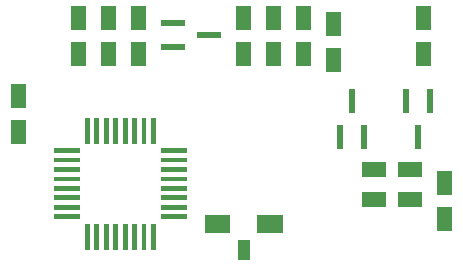
<source format=gbr>
G04 start of page 9 for group -4015 idx -4015 *
G04 Title: (unknown), toppaste *
G04 Creator: pcb 20140316 *
G04 CreationDate: Mon 07 Sep 2020 04:57:56 PM GMT UTC *
G04 For: thomasc *
G04 Format: Gerber/RS-274X *
G04 PCB-Dimensions (mil): 2000.00 1000.00 *
G04 PCB-Coordinate-Origin: lower left *
%MOIN*%
%FSLAX25Y25*%
%LNTOPPASTE*%
%ADD62R,0.0400X0.0400*%
%ADD61R,0.0600X0.0600*%
%ADD60R,0.0200X0.0200*%
%ADD59R,0.0500X0.0500*%
%ADD58R,0.0157X0.0157*%
G54D58*X68150Y44350D02*X75236D01*
X68150Y41201D02*X75236D01*
X68150Y38051D02*X75236D01*
X68150Y34902D02*X75236D01*
X68150Y31752D02*X75236D01*
X68150Y28602D02*X75236D01*
X68150Y25453D02*X75236D01*
X68150Y22303D02*X75236D01*
X65000Y19154D02*Y12067D01*
X61850Y19154D02*Y12067D01*
X58701Y19154D02*Y12067D01*
X55551Y19154D02*Y12067D01*
X52402Y19154D02*Y12067D01*
X49252Y19154D02*Y12067D01*
X46102Y19154D02*Y12067D01*
X42953Y19154D02*Y12067D01*
X32717Y22303D02*X39803D01*
X32717Y25453D02*X39803D01*
X32717Y28602D02*X39803D01*
X32717Y31752D02*X39803D01*
X32717Y34902D02*X39803D01*
X32717Y38051D02*X39803D01*
X32717Y41201D02*X39803D01*
X32717Y44350D02*X39803D01*
X42953Y54587D02*Y47500D01*
X46102Y54587D02*Y47500D01*
X49252Y54587D02*Y47500D01*
X52402Y54587D02*Y47500D01*
X55551Y54587D02*Y47500D01*
X58701Y54587D02*Y47500D01*
X61850Y54587D02*Y47500D01*
X65000Y54587D02*Y47500D01*
G54D59*X40000Y78000D02*Y75000D01*
Y90000D02*Y87000D01*
X50000Y78000D02*Y75000D01*
Y90000D02*Y87000D01*
X60000Y78000D02*Y75000D01*
Y90000D02*Y87000D01*
X95000Y78000D02*Y75000D01*
Y90000D02*Y87000D01*
X105000Y78000D02*Y75000D01*
Y90000D02*Y87000D01*
X115000Y78000D02*Y75000D01*
Y90000D02*Y87000D01*
G54D60*X68500D02*X74500D01*
X68500Y79000D02*X74500D01*
X80500Y83000D02*X86500D01*
G54D59*X155000Y78000D02*Y75000D01*
Y90000D02*Y87000D01*
X125000Y76000D02*Y73000D01*
Y88000D02*Y85000D01*
G54D60*X127000Y52000D02*Y46000D01*
X135000Y52000D02*Y46000D01*
X131000Y64000D02*Y58000D01*
X157000Y64000D02*Y58000D01*
X149000Y64000D02*Y58000D01*
X153000Y52000D02*Y46000D01*
G54D61*X85000Y20000D02*X87500D01*
X102500D02*X105000D01*
G54D62*X95000Y12500D02*Y10000D01*
G54D59*X20000Y52000D02*Y49000D01*
Y64000D02*Y61000D01*
X137000Y38000D02*X140000D01*
X149000D02*X152000D01*
X137000Y28000D02*X140000D01*
X149000D02*X152000D01*
X162000Y23000D02*Y20000D01*
Y35000D02*Y32000D01*
M02*

</source>
